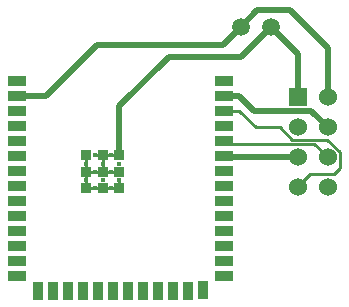
<source format=gtl>
G04 Layer: TopLayer*
G04 EasyEDA Pro v2.2.32.3, 2024-11-26 12:07:46*
G04 Gerber Generator version 0.3*
G04 Scale: 100 percent, Rotated: No, Reflected: No*
G04 Dimensions in millimeters*
G04 Leading zeros omitted, absolute positions, 3 integers and 5 decimals*
%FSLAX35Y35*%
%MOMM*%
%ADD10R,1.5X0.9*%
%ADD11R,0.9X1.5*%
%ADD12R,1.5X0.9*%
%ADD13R,0.9X0.9*%
%ADD14R,1.524X1.524*%
%ADD15C,1.524*%
%ADD16C,1.5*%
%ADD17C,0.4*%
%ADD18C,0.508*%
%ADD19C,0.254*%
G75*


G04 Pad Start*
G54D10*
G01X699795Y-596405D03*
G01X699795Y-723405D03*
G01X699795Y-850405D03*
G01X699795Y-977405D03*
G01X699795Y-1104405D03*
G01X699795Y-1231405D03*
G01X699795Y-1358405D03*
G01X699795Y-1485405D03*
G01X699795Y-1612405D03*
G01X699795Y-1739405D03*
G01X699795Y-1866405D03*
G01X699795Y-1993405D03*
G01X699795Y-2120405D03*
G01X699795Y-2247405D03*
G54D11*
G01X876300Y-2375395D03*
G01X1003300Y-2375395D03*
G01X1130300Y-2375395D03*
G01X1257300Y-2375395D03*
G01X1384300Y-2375395D03*
G01X1511300Y-2375395D03*
G01X1638300Y-2375395D03*
G01X1765300Y-2375395D03*
G01X1892300Y-2375395D03*
G01X2019300Y-2375395D03*
G01X2146300Y-2375395D03*
G01X2273300Y-2372398D03*
G54D12*
G01X2449805Y-2247405D03*
G01X2449805Y-2120405D03*
G01X2449805Y-1993405D03*
G01X2449805Y-1866405D03*
G01X2449805Y-1739405D03*
G01X2449805Y-1612405D03*
G01X2449805Y-1485405D03*
G01X2449805Y-1358405D03*
G01X2449805Y-1231405D03*
G01X2449805Y-1104405D03*
G01X2449805Y-977405D03*
G01X2449805Y-850405D03*
G01X2449805Y-723405D03*
G01X2449805Y-596405D03*
G54D13*
G01X1424788Y-1368412D03*
G01X1284783Y-1368412D03*
G01X1564792Y-1368412D03*
G01X1564792Y-1228407D03*
G01X1424788Y-1228407D03*
G01X1284783Y-1228407D03*
G01X1284783Y-1508417D03*
G01X1424788Y-1508417D03*
G01X1564792Y-1508417D03*
G54D14*
G01X3073400Y-736600D03*
G54D15*
G01X3327399Y-736600D03*
G01X3073400Y-990599D03*
G01X3327399Y-990599D03*
G01X3073400Y-1244599D03*
G01X3327399Y-1244599D03*
G01X3073400Y-1498598D03*
G01X3327399Y-1498598D03*
G54D16*
G01X2844787Y-139700D03*
G01X2590787Y-139700D03*
G04 Pad End*

G04 Via Start*
G54D17*
G01X1424762Y-1298410D03*
G01X1424762Y-1438415D03*
G01X1564767Y-1438415D03*
G01X1564767Y-1298410D03*
G01X1494765Y-1228407D03*
G01X1494765Y-1368412D03*
G01X1494765Y-1508417D03*
G01X1284757Y-1438415D03*
G01X1284757Y-1298410D03*
G01X1354760Y-1228407D03*
G01X1354760Y-1368412D03*
G01X1354760Y-1508417D03*
G04 Via End*

G04 Track Start*
G54D18*
G01X2590787Y-139700D02*
G01X2438387Y-292100D01*
G01X1371600Y-292100D02*
G01X939800Y-723900D01*
G01X700291Y-723900D01*
G01X699795Y-723405D01*
G01X2438387Y-292100D02*
G01X1371600Y-292100D01*
G01X2844787Y-139700D02*
G01X3073400Y-368313D01*
G01X3073400Y-736600D01*
G01X2590787Y-139700D02*
G01X2730487Y0D01*
G01X3009900Y0D02*
G01X3327400Y-317500D01*
G01X3327400Y-736599D01*
G01X2730487Y0D02*
G01X3009900Y0D01*
G01X3073400Y-1244599D02*
G01X2462999Y-1244599D01*
G01X2449805Y-1231405D01*
G01X2844787Y-139700D02*
G01X2590787Y-393700D01*
G01X1981200Y-393700D01*
G01X1564792Y-810108D01*
G01X1564792Y-1228407D01*
G01X3327399Y-990599D02*
G01X3187700Y-850900D01*
G01X2705100Y-850900D01*
G01X2577605Y-723405D01*
G01X2449805Y-723405D01*
G54D19*
G01X3327399Y-1244599D02*
G01X3213101Y-1130300D01*
G01X2475700Y-1130300D02*
G01X2449805Y-1104405D01*
G01X3213101Y-1130300D02*
G01X2475700Y-1130300D01*
G01X2449805Y-850405D02*
G01X2577605Y-850405D01*
G01X2717800Y-990600D01*
G01X2926181Y-990600D01*
G01X3431499Y-1201479D02*
G01X3431499Y-1287719D01*
G01X3429000Y-1290218D01*
G01X3429000Y-1333500D01*
G01X2926181Y-990600D02*
G01X3030281Y-1094700D01*
G01X3324720Y-1094700D01*
G01X3431499Y-1201479D01*
G01X3429000Y-1333500D02*
G01X3378200Y-1384300D01*
G01X3175000Y-1384300D01*
G01X3073400Y-1485900D01*
G01X3073400Y-1498598D01*
G01X1284783Y-1298384D02*
G01X1284783Y-1228407D01*
G01X1284757Y-1298410D02*
G01X1284757Y-1368387D01*
G01X1564792Y-1228407D02*
G01X1494765Y-1228407D01*
G01X1424788Y-1228407D01*
G01X1354760Y-1228407D02*
G01X1424788Y-1228407D01*
G01X1424788Y-1298384D01*
G01X1424788Y-1298435D02*
G01X1424788Y-1368412D01*
G01X1424788Y-1508417D02*
G01X1494765Y-1508417D01*
G01X1564792Y-1508417D02*
G01X1564792Y-1438440D01*
G01X1564792Y-1508417D02*
G01X1494765Y-1508417D01*
G01X1424788Y-1508417D02*
G01X1354760Y-1508417D01*
G01X1284783Y-1508417D01*
G01X1284783Y-1438440D01*
G01X1284783Y-1368412D02*
G01X1354760Y-1368412D01*
G01X1284757Y-1368412D02*
G01X1284757Y-1438415D01*
G01X1354760Y-1368412D02*
G01X1424788Y-1368412D01*
G01X1494765Y-1368412D01*
G01X1494765Y-1368412D02*
G01X1564792Y-1368412D01*
G04 Track End*

M02*


</source>
